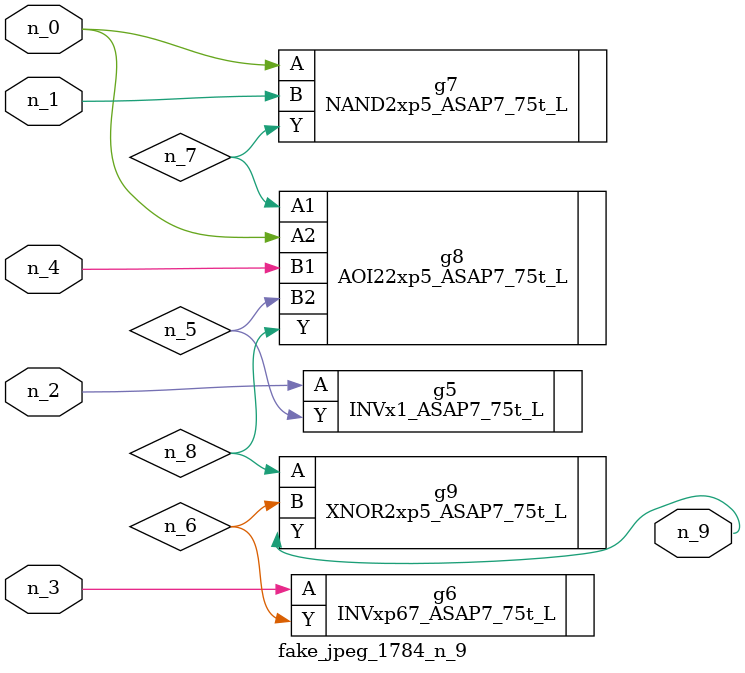
<source format=v>
module fake_jpeg_1784_n_9 (n_3, n_2, n_1, n_0, n_4, n_9);

input n_3;
input n_2;
input n_1;
input n_0;
input n_4;

output n_9;

wire n_8;
wire n_6;
wire n_5;
wire n_7;

INVx1_ASAP7_75t_L g5 ( 
.A(n_2),
.Y(n_5)
);

INVxp67_ASAP7_75t_L g6 ( 
.A(n_3),
.Y(n_6)
);

NAND2xp5_ASAP7_75t_L g7 ( 
.A(n_0),
.B(n_1),
.Y(n_7)
);

AOI22xp5_ASAP7_75t_L g8 ( 
.A1(n_7),
.A2(n_0),
.B1(n_4),
.B2(n_5),
.Y(n_8)
);

XNOR2xp5_ASAP7_75t_L g9 ( 
.A(n_8),
.B(n_6),
.Y(n_9)
);


endmodule
</source>
